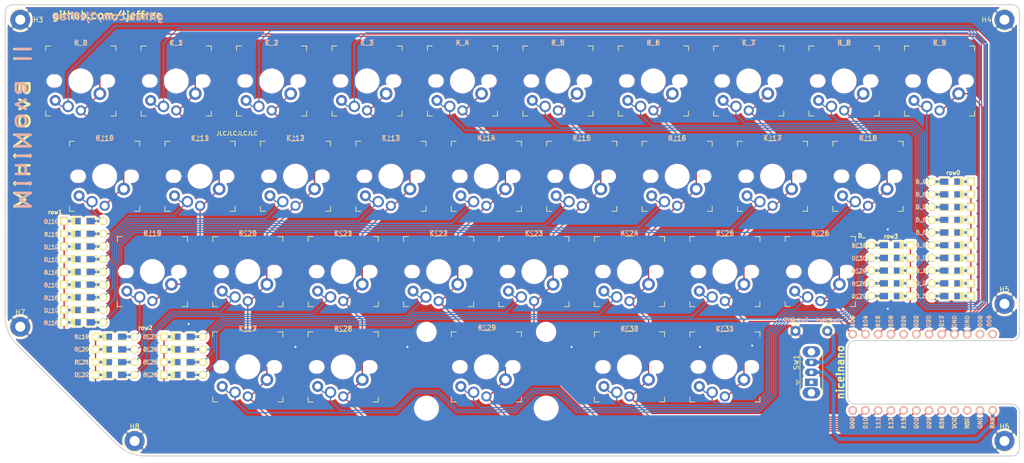
<source format=kicad_pcb>
(kicad_pcb (version 20211014) (generator pcbnew)
  (layers (0 "F.Cu" signal) (31 "B.Cu" signal) (34 "B.Paste" user) (35 "F.Paste" user) (36 "B.SilkS" user "B.Silkscreen") (37 "F.SilkS" user "F.Silkscreen") (38 "B.Mask" user) (39 "F.Mask" user) (44 "Edge.Cuts" user))
  (net 0 "")
  (net 1 "col0")
  (net 2 "col1")
  (net 3 "col2")
  (net 4 "col3")
  (net 5 "col4")
  (net 6 "col5")
  (net 7 "col6")
  (net 8 "col7")
  (net 9 "col8")
  (net 10 "col9")
  (net 11 "row0")
  (net 12 "row1")
  (net 13 "row2")
  (net 14 "row3")
  (net 15 "/GND")
  (net 18 "Net-(D_0-Pad2)")
  (net 19 "Net-(D_1-Pad2)")
  (net 20 "/BATIN")
  (net 22 "Net-(D_2-Pad2)")
  (net 24 "Net-(D_3-Pad2)")
  (net 27 "Net-(D_4-Pad2)")
  (net 28 "Net-(D_5-Pad2)")
  (net 29 "Net-(D_6-Pad2)")
  (net 30 "Net-(D_7-Pad2)")
  (net 31 "Net-(D_8-Pad2)")
  (net 32 "Net-(D_9-Pad2)")
  (net 33 "Net-(D_10-Pad2)")
  (net 34 "Net-(D_11-Pad2)")
  (net 35 "Net-(D_12-Pad2)")
  (net 36 "Net-(D_13-Pad2)")
  (net 37 "Net-(D_14-Pad2)")
  (net 38 "Net-(D_15-Pad2)")
  (net 39 "Net-(D_16-Pad2)")
  (net 40 "Net-(D_17-Pad2)")
  (net 41 "Net-(D_18-Pad2)")
  (net 42 "Net-(D_19-Pad2)")
  (net 43 "Net-(D_20-Pad2)")
  (net 44 "Net-(D_21-Pad2)")
  (net 45 "Net-(D_22-Pad2)")
  (net 46 "Net-(D_23-Pad2)")
  (net 47 "Net-(D_24-Pad2)")
  (net 48 "Net-(D_25-Pad2)")
  (net 49 "Net-(D_26-Pad2)")
  (net 50 "Net-(D_27-Pad2)")
  (net 51 "Net-(D_28-Pad2)")
  (net 52 "Net-(D_29-Pad2)")
  (net 53 "Net-(D_30-Pad2)")
  (net 54 "Net-(D_31-Pad2)")
  (footprint "ProjectLocal:SW_MX_PG1350_NoLed" (layer "F.Cu") (at 86.8675 70.04)
    (fp_text reference "K_12")
    (fp_text value "KEYSW")
  )
  (footprint "ProjectLocal:Diode-dual" (layer "F.Cu") (at 205.74 91.44)
    (fp_text reference "D_28")
    (fp_text value "D" hide)
  )
  (footprint "ProjectLocal:SW_MX_PG1350_NoLed" (layer "F.Cu") (at 67.8175 70.04)
    (fp_text reference "K_11")
    (fp_text value "KEYSW")
  )
  (footprint "ProjectLocal:SW_MX_PG1350_NoLed" (layer "F.Cu") (at 63.055 50.99)
    (fp_text reference "K_1")
    (fp_text value "KEYSW")
  )
  (footprint "ProjectLocal:SW_MX_PG1350_NoLed" (layer "F.Cu") (at 77.3425 108.14)
    (fp_text reference "K_27")
    (fp_text value "KEYSW")
  )
  (footprint "ProjectLocal:Diode-dual" (layer "F.Cu") (at 217.805 76.2)
    (fp_text reference "D_7")
    (fp_text value "D" hide)
  )
  (footprint "TestPoint:TestPoint_THTPad_D4.0mm_Drill2.0mm" (layer "F.Cu") (at 228.413132 122.945067)
    (fp_text reference "H6")
    (fp_text value "Mnt")
  )
  (footprint "ProjectLocal:SW_MX_PG1350_NoLed" (layer "F.Cu") (at 196.405 50.99)
    (fp_text reference "K_8")
    (fp_text value "KEYSW")
  )
  (footprint "TestPoint:TestPoint_THTPad_D4.0mm_Drill2.0mm" (layer "F.Cu") (at 228.41 95.54)
    (fp_text reference "H5")
    (fp_text value "Mnt")
  )
  (footprint "ProjectLocal:SW_MX_PG1350_NoLed" (layer "F.Cu") (at 172.5925 89.09)
    (fp_text reference "K_25")
    (fp_text value "KEYSW")
  )
  (footprint "ProjectLocal:SW_MX_PG1350_NoLed" (layer "F.Cu") (at 172.5925 108.14)
    (fp_text reference "K_31")
    (fp_text value "KEYSW")
  )
  (footprint "ProjectLocal:Diode-dual" (layer "F.Cu") (at 44.574 91.694 180)
    (fp_text reference "D_15")
    (fp_text value "D" hide)
  )
  (footprint "ProjectLocal:SW_MX_PG1350_NoLed" (layer "F.Cu") (at 134.4925 89.09)
    (fp_text reference "K_23")
    (fp_text value "KEYSW")
  )
  (footprint "ProjectLocal:SW_MX_PG1350_NoLed" (layer "F.Cu") (at 48.7675 70.04)
    (fp_text reference "K_10")
    (fp_text value "KEYSW")
  )
  (footprint "ProjectLocal:SW_MX_PG1350_NoLed" (layer "F.Cu") (at 153.5425 89.09)
    (fp_text reference "K_24")
    (fp_text value "KEYSW")
  )
  (footprint "ProjectLocal:SW_MX_PG1350_NoLed" (layer "F.Cu") (at 215.455 50.99)
    (fp_text reference "K_9")
    (fp_text value "KEYSW")
  )
  (footprint "ProjectLocal:SW_MX_PG1350_NoLed" (layer "F.Cu") (at 177.355 50.99)
    (fp_text reference "K_7")
    (fp_text value "KEYSW")
  )
  (footprint "ProjectLocal:Diode-dual" (layer "F.Cu") (at 44.574 94.234 180)
    (fp_text reference "D_16")
    (fp_text value "D" hide)
  )
  (footprint "ProjectLocal:SW_MX_PG1350_NoLed" (layer "F.Cu") (at 124.9675 70.04)
    (fp_text reference "K_14")
    (fp_text value "KEYSW")
  )
  (footprint "ProjectLocal:SW_MX_PG1350_NoLed" (layer "F.Cu") (at 77.3425 89.09)
    (fp_text reference "K_20")
    (fp_text value "KEYSW")
  )
  (footprint "ProjectLocal:Diode-dual" (layer "F.Cu") (at 64.516 107.188 180)
    (fp_text reference "D_25")
    (fp_text value "D" hide)
  )
  (footprint "ProjectLocal:SW_MX_PG1350_NoLed" (layer "F.Cu") (at 120.205 50.99)
    (fp_text reference "K_4")
    (fp_text value "KEYSW")
  )
  (footprint "TestPoint:TestPoint_THTPad_D4.0mm_Drill2.0mm" (layer "F.Cu") (at 31.91 100.11)
    (fp_text reference "H7")
    (fp_text value "Mnt")
  )
  (footprint "TestPoint:TestPoint_THTPad_D4.0mm_Drill2.0mm" (layer "F.Cu") (at 54.75 122.95)
    (fp_text reference "H8")
    (fp_text value "Mnt")
  )
  (footprint "ProjectLocal:Diode-dual" (layer "F.Cu") (at 44.574 78.994 180)
    (fp_text reference "D_10")
    (fp_text value "D" hide)
  )
  (footprint "ProjectLocal:Diode-dual" (layer "F.Cu") (at 217.805 73.66)
    (fp_text reference "D_8")
    (fp_text value "D" hide)
  )
  (footprint "ProjectLocal:Diode-dual" (layer "F.Cu") (at 44.574 96.774 180)
    (fp_text reference "D_17")
    (fp_text value "D" hide)
  )
  (footprint "ProjectLocal:Diode-dual" (layer "F.Cu") (at 50.84 107.188 180)
    (fp_text reference "D_21")
    (fp_text value "D" hide)
  )
  (footprint "ProjectLocal:Diode-dual" (layer "F.Cu") (at 217.805 86.36)
    (fp_text reference "D_0")
    (fp_text value "D" hide)
  )
  (footprint "ProjectLocal:nice_nano" (layer "F.Cu") (at 212.09 109.22 180)
    (fp_text reference "U1" hide)
    (fp_text value "nice_nano")
  )
  (footprint "ProjectLocal:SW_MX_PG1350_NoLed" (layer "F.Cu") (at 163.0675 70.04)
    (fp_text reference "K_16")
    (fp_text value "KEYSW")
  )
  (footprint "ProjectLocal:Diode-dual" (layer "F.Cu") (at 205.74 88.9)
    (fp_text reference "D_29")
    (fp_text value "D" hide)
  )
  (footprint "ProjectLocal:Diode-dual" (layer "F.Cu") (at 50.84 102.108 180)
    (fp_text reference "D_19")
    (fp_text value "D" hide)
  )
  (footprint "ProjectLocal:SW_MX_PG1350_NoLed" (layer "F.Cu") (at 58.2925 89.09)
    (fp_text reference "K_19")
    (fp_text value "KEYSW")
  )
  (footprint "ProjectLocal:Diode-dual" (layer "F.Cu") (at 50.84 109.728 180)
    (fp_text reference "D_22")
    (fp_text value "D" hide)
  )
  (footprint "ProjectLocal:SW_MX_PG1350_NoLed" (layer "F.Cu") (at 144.0175 70.04)
    (fp_text reference "K_15")
    (fp_text value "KEYSW")
  )
  (footprint "ProjectLocal:MX-Alps-Choc-2U" (layer "F.Cu") (at 124.9675 108.14)
    (fp_text reference "K_29")
    (fp_text value "KEYSW")
  )
  (footprint "ProjectLocal:SW_MX_PG1350_NoLed" (layer "F.Cu") (at 96.3925 89.09)
    (fp_text reference "K_21")
    (fp_text value "KEYSW")
  )
  (footprint "ProjectLocal:Diode-dual" (layer "F.Cu") (at 217.805 81.28)
    (fp_text reference "D_5")
    (fp_text value "D" hide)
  )
  (footprint "ProjectLocal:Diode-dual" (layer "F.Cu") (at 217.805 71.12)
    (fp_text reference "D_9")
    (fp_text value "D" hide)
  )
  (footprint "ProjectLocal:SW_MX_PG1350_NoLed" (layer "F.Cu") (at 115.4425 89.09)
    (fp_text reference "K_22")
    (fp_text value "KEYSW")
  )
  (footprint "TestPoint:TestPoint_THTPad_D4.0mm_Drill2.0mm" (layer "F.Cu") (at 228.41 38.75)
    (fp_text reference "H4")
    (fp_text value "Mnt")
  )
  (footprint "ProjectLocal:SW_MX_PG1350_NoLed" (layer "F.Cu") (at 44.005 50.99)
    (fp_text reference "K_0")
    (fp_text value "KEYSW")
  )
  (footprint "TestPoint:TestPoint_THTPad_D2.0mm_Drill1.0mm" (layer "F.Cu") (at 193.04 100.965)
    (fp_text reference "H2")
    (fp_text value "Pwr")
  )
  (footprint "ProjectLocal:SW_MX_PG1350_NoLed" (layer "F.Cu") (at 182.1175 70.04)
    (fp_text reference "K_17")
    (fp_text value "KEYSW")
  )
  (footprint "ProjectLocal:Diode-dual" (layer "F.Cu") (at 44.574 86.614 180)
    (fp_text reference "D_13")
    (fp_text value "D" hide)
  )
  (footprint "ProjectLocal:Diode-dual" (layer "F.Cu") (at 64.516 104.648 180)
    (fp_text reference "D_24")
    (fp_text value "D" hide)
  )
  (footprint "Button_Switch_THT:SW_Slide_1P2T_CK_OS102011MS2Q" (layer "F.Cu") (at 189.865 111.22 90)
    (fp_text reference "SW1")
    (fp_text value "SW_SPDT")
  )
  (footprint "ProjectLocal:Diode-dual" (layer "F.Cu") (at 44.574 81.534 180)
    (fp_text reference "D_11")
    (fp_text value "D" hide)
  )
  (footprint "ProjectLocal:Diode-dual" (layer "F.Cu") (at 217.805 88.9)
    (fp_text reference "D_1")
    (fp_text value "D" hide)
  )
  (footprint "ProjectLocal:SW_MX_PG1350_NoLed" (layer "F.Cu") (at 139.255 50.99)
    (fp_text reference "K_5")
    (fp_text value "KEYSW")
  )
  (footprint "ProjectLocal:Diode-dual" (layer "F.Cu") (at 205.74 83.82)
    (fp_text reference "D_31")
    (fp_text value "D" hide)
  )
  (footprint "ProjectLocal:Diode-dual" (layer "F.Cu") (at 44.574 84.074 180)
    (fp_text reference "D_12")
    (fp_text value "D" hide)
  )
  (footprint "ProjectLocal:SW_MX_PG1350_NoLed" (layer "F.Cu") (at 201.1675 70.04)
    (fp_text reference "K_18")
    (fp_text value "KEYSW")
  )
  (footprint "TestPoint:TestPoint_THTPad_D2.0mm_Drill1.0mm" (layer "F.Cu") (at 186.69 100.965)
    (fp_text reference "H1")
    (fp_text value "Bat_Gnd")
  )
  (footprint "ProjectLocal:Diode-dual" (layer "F.Cu") (at 64.516 102.108 180)
    (fp_text reference "D_23")
    (fp_text value "D" hide)
  )
  (footprint "ProjectLocal:Diode-dual" (layer "F.Cu") (at 217.805 93.98)
    (fp_text reference "D_3")
    (fp_text value "D" hide)
  )
  (footprint "ProjectLocal:SW_MX_PG1350_NoLed" (layer "F.Cu") (at 105.9175 70.04)
    (fp_text reference "K_13")
    (fp_text value "KEYSW")
  )
  (footprint "ProjectLocal:SW_MX_PG1350_NoLed" (layer "F.Cu") (at 158.305 50.99)
    (fp_text reference "K_6")
    (fp_text value "KEYSW")
  )
  (footprint "ProjectLocal:SW_MX_PG1350_NoLed" (layer "F.Cu") (at 191.6425 89.09)
    (fp_text reference "K_26")
    (fp_text value "KEYSW")
  )
  (footprint "TestPoint:TestPoint_THTPad_D4.0mm_Drill2.0mm" (layer "F.Cu") (at 31.92 38.75)
    (fp_text reference "H3")
    (fp_text value "Mnt")
  )
  (footprint "ProjectLocal:Diode-dual" (layer "F.Cu") (at 44.574 89.154 180)
    (fp_text reference "D_14")
    (fp_text value "D" hide)
  )
  (footprint "ProjectLocal:Diode-dual" (layer "F.Cu") (at 205.74 86.36)
    (fp_text reference "D_30")
    (fp_text value "D" hide)
  )
  (footprint "ProjectLocal:Diode-dual" (layer "F.Cu") (at 217.805 78.74)
    (fp_text reference "D_6")
    (fp_text value "D" hide)
  )
  (footprint "ProjectLocal:Diode-dual" (layer "F.Cu") (at 50.84 104.648 180)
    (fp_text reference "D_20")
    (fp_text value "D" hide)
  )
  (footprint "ProjectLocal:SW_MX_PG1350_NoLed" (layer "F.Cu") (at 96.3925 108.14)
    (fp_text reference "K_28")
    (fp_text value "KEYSW")
  )
  (footprint "ProjectLocal:Diode-dual" (layer "F.Cu") (at 205.74 93.98)
    (fp_text reference "D_27")
    (fp_text value "D" hide)
  )
  (footprint "ProjectLocal:SW_MX_PG1350_NoLed" (layer "F.Cu") (at 153.5425 108.14)
    (fp_text reference "K_30")
    (fp_text value "KEYSW")
  )
  (footprint "ProjectLocal:Diode-dual" (layer "F.Cu") (at 64.516 109.728 180)
    (fp_text reference "D_26")
    (fp_text value "D" hide)
  )
  (footprint "ProjectLocal:SW_MX_PG1350_NoLed" (layer "F.Cu") (at 101.155 50.99)
    (fp_text reference "K_3")
    (fp_text value "KEYSW")
  )
  (footprint "ProjectLocal:Diode-dual" (layer "F.Cu") (at 44.574749 99.234346 180)
    (fp_text reference "D_18")
    (fp_text value "D" hide)
  )
  (footprint "ProjectLocal:SW_MX_PG1350_NoLed" (layer "F.Cu") (at 82.105 50.99)
    (fp_text reference "K_2")
    (fp_text value "KEYSW")
  )
  (footprint "ProjectLocal:Diode-dual" (layer "F.Cu") (at 217.805 83.82)
    (fp_text reference "D_4")
    (fp_text value "D" hide)
  )
  (footprint "ProjectLocal:Diode-dual" (layer "F.Cu") (at 217.805 91.44)
    (fp_text reference "D_2")
    (fp_text value "D" hide)
  )
  (gr_line (start 231.409991 124.445628) (end 231.409991 117.078454) (layer "Edge.Cuts") (width 0.2))
  (gr_line (start 31.252613 103.683054) (end 51.023325 123.455736) (layer "Edge.Cuts") (width 0.2))
  (gr_line (start 229.909991 115.578454) (end 198.639296 115.578454) (layer "Edge.Cuts") (width 0.2))
  (gr_arc (start 57.034032 125.945628) (mid 53.781027 125.298523) (end 51.023325 123.455736) (layer "Edge.Cuts") (width 0.2))
  (gr_arc (start 31.252613 103.683054) (mid 29.518532 101.087512) (end 28.909749 98.025935) (layer "Edge.Cuts") (width 0.2))
  (gr_arc (start 229.909991 115.578454) (mid 230.970651 116.017794) (end 231.409991 117.078454) (layer "Edge.Cuts") (width 0.2))
  (gr_line (start 229.909991 125.945628) (end 57.034032 125.945628) (layer "Edge.Cuts") (width 0.2))
  (gr_arc (start 231.409991 124.445628) (mid 230.970651 125.506288) (end 229.909991 125.945628) (layer "Edge.Cuts") (width 0.2))
  (gr_line (start 30.413903 35.744424) (end 229.909991 35.744424) (layer "Edge.Cuts") (width 0.2))
  (gr_arc (start 231.409991 101.393368) (mid 230.970651 102.454028) (end 229.909991 102.893368) (layer "Edge.Cuts") (width 0.2))
  (gr_line (start 197.139296 114.078454) (end 197.139296 104.393368) (layer "Edge.Cuts") (width 0.2))
  (gr_line (start 198.639296 102.893368) (end 229.909991 102.893368) (layer "Edge.Cuts") (width 0.2))
  (gr_arc (start 198.639296 115.578454) (mid 197.578636 115.139114) (end 197.139296 114.078454) (layer "Edge.Cuts") (width 0.2))
  (gr_arc (start 197.139296 104.393368) (mid 197.578636 103.332708) (end 198.639296 102.893368) (layer "Edge.Cuts") (width 0.2))
  (gr_line (start 28.909749 98.025935) (end 28.913901 37.244325) (layer "Edge.Cuts") (width 0.2))
  (gr_arc (start 28.913899 37.244325) (mid 29.353276 36.183729) (end 30.413903 35.744424) (layer "Edge.Cuts") (width 0.2))
  (gr_arc (start 229.909991 35.744424) (mid 230.970651 36.183764) (end 231.409991 37.244424) (layer "Edge.Cuts") (width 0.2))
  (gr_line (start 231.409991 101.393368) (end 231.409991 37.244424) (layer "Edge.Cuts") (width 0.2))
  (gr_text "MiniNova II" (at 32.385 60.325 270) (layer "B.SilkS") (effects (font (size 3 4) (thickness 0.5)) (justify mirror)))
  (gr_text "github.com/tjeffree" (at 49.53 38.1) (layer "B.SilkS") (effects (font (size 1.5 1.5) (thickness 0.3)) (justify mirror)))
  (gr_text "Bat_GND" (at 186.753448 98.738245) (layer "B.SilkS") (effects (font (size 0.8 0.8)) (justify mirror)))
  (gr_text "K_29" (at 125.095 100.33) (layer "B.SilkS") (effects (font (size 1 1)) (justify mirror)))
  (gr_text "Bat_PWR" (at 193.106462 98.836964) (layer "B.SilkS") (effects (font (size 0.8 0.8)) (justify mirror)))
  (gr_text "MiniNova II" (at 32.385 60.325 90) (layer "F.SilkS") (effects (font (size 3 4) (thickness 0.5))))
  (gr_text "JLCJLCJLCJLC" (at 75.184 61.468) (layer "F.SilkS") (effects (font (size 0.8 0.8))))
  (gr_text "github.com/tjeffree" (at 49.276 37.846) (layer "F.SilkS") (effects (font (size 1.5 1.5) (thickness 0.3))))
  (gr_text "K_29" (at 125.095 100.33) (layer "F.SilkS") (effects (font (size 1 1))))
  (gr_text "row2" (at 56.896 100.33) (layer "F.SilkS") (effects (font (size 0.8 0.8) (thickness 0.2))))
  (gr_text "row1" (at 38.862 77.216) (layer "F.SilkS") (effects (font (size 0.8 0.8) (thickness 0.2))))
  (gr_text "row0" (at 218.186 69.342) (layer "F.SilkS") (effects (font (size 0.8 0.8) (thickness 0.2))))
  (gr_text "D_" (at 199.893747 81.914576) (layer "F.SilkS") (effects (font (size 0.8 0.8) (thickness 0.2))))
  (gr_text "row3" (at 205.74 82.042) (layer "F.SilkS") (effects (font (size 0.8 0.8) (thickness 0.2))))
  (segment (start 222.915717 41.61) (end 224.99904 43.693323) (width 0.25) (layer "F.Cu") (net 1))
  (segment (start 220.682945 99.994206) (end 217.505794 99.994206) (width 0.25) (layer "F.Cu") (net 1))
  (segment (start 52.5775 65.4625) (end 52.5775 72.58) (width 0.25) (layer "F.Cu") (net 1))
  (segment (start 47.815 53.53) (end 44.455 56.89) (width 0.25) (layer "F.Cu") (net 1))
  (segment (start 48.7675 75.94) (end 52.1275 72.58) (width 0.25) (layer "F.Cu") (net 1))
  (segment (start 47.815 49.34) (end 55.545 41.61) (width 0.25) (layer "F.Cu") (net 1))
  (segment (start 224.99904 43.693323) (end 224.99904 95.678113) (width 0.25) (layer "F.Cu") (net 1))
  (segment (start 52.1275 72.58) (end 52.5775 72.58) (width 0.25) (layer "F.Cu") (net 1))
  (segment (start 224.99904 95.678113) (end 220.682945 99.994206) (width 0.25) (layer "F.Cu") (net 1))
  (segment (start 217.505794 99.994206) (end 215.9 101.6) (width 0.25) (layer "F.Cu") (net 1))
  (segment (start 44.455 56.89) (end 44.005 56.89) (width 0.25) (layer "F.Cu") (net 1))
  (segment (start 47.815 53.53) (end 47.815 49.34) (width 0.25) (layer "F.Cu") (net 1))
  (segment (start 44.005 56.89) (end 52.5775 65.4625) (width 0.25) (layer "F.Cu") (net 1))
  (segment (start 55.545 41.61) (end 222.915717 41.61) (width 0.25) (layer "F.Cu") (net 1))
  (segment (start 58.7425 94.99) (end 58.2925 94.99) (width 0.25) (layer "F.Cu") (net 2))
  (segment (start 62.1025 91.63) (end 58.7425 94.99) (width 0.25) (layer "F.Cu") (net 2))
  (segment (start 71.6275 72.58) (end 68.2675 75.94) (width 0.25) (layer "F.Cu") (net 2))
  (segment (start 222.72952 42.05952) (end 224.54952 43.87952) (width 0.25) (layer "F.Cu") (net 2))
  (segment (start 66.865 49.34) (end 74.14548 42.05952) (width 0.25) (layer "F.Cu") (net 2))
  (segment (start 224.54952 95.491915) (end 220.496748 99.544686) (width 0.25) (layer "F.Cu") (net 2))
  (segment (start 68.2675 75.94) (end 67.8175 75.94) (width 0.25) (layer "F.Cu") (net 2))
  (segment (start 63.055 56.89) (end 71.6275 65.4625) (width 0.25) (layer "F.Cu") (net 2))
  (segment (start 66.865 53.53) (end 66.865 49.34) (width 0.25) (layer "F.Cu") (net 2))
  (segment (start 74.14548 42.05952) (end 222.72952 42.05952) (width 0.25) (layer "F.Cu") (net 2))
  (segment (start 71.6275 65.4625) (end 71.6275 72.58) (width 0.25) (layer "F.Cu") (net 2))
  (segment (start 224.54952 43.87952) (end 224.54952 95.491915) (width 0.25) (layer "F.Cu") (net 2))
  (segment (start 67.8175 87.7575) (end 63.945 91.63) (width 0.25) (layer "F.Cu") (net 2))
  (segment (start 220.496748 99.544686) (end 215.415314 99.544686) (width 0.25) (layer "F.Cu") (net 2))
  (segment (start 63.945 91.63) (end 62.1025 91.63) (width 0.25) (layer "F.Cu") (net 2))
  (segment (start 66.865 53.53) (end 63.505 56.89) (width 0.25) (layer "F.Cu") (net 2))
  (segment (start 67.8175 75.94) (end 67.8175 87.7575) (width 0.25) (layer "F.Cu") (net 2))
  (segment (start 215.415314 99.544686) (end 213.36 101.6) (width 0.25) (layer "F.Cu") (net 2))
  (segment (start 63.505 56.89) (end 63.055 56.89) (width 0.25) (layer "F.Cu") (net 2))
  (segment (start 85.915 53.53) (end 82.555 56.89) (width 0.25) (layer "F.Cu") (net 3))
  (segment (start 77.7925 114.04) (end 77.3425 114.04) (width 0.25) (layer "F.Cu") (net 3))
  (segment (start 77.3425 104.440148) (end 81.1525 108.250148) (width 0.25) (layer "F.Cu") (net 3))
  (segment (start 86.8675 75.94) (end 81.1525 81.655) (width 0.25) (layer "F.Cu") (net 3))
  (segment (start 77.3425 114.04) (end 83.30746 120.00496) (width 0.25) (layer "F.Cu") (net 3))
  (segment (start 90.6775 72.58) (end 87.3175 75.94) (width 0.25) (layer "F.Cu") (net 3))
  (segment (start 81.1525 91.63) (end 77.7925 94.99) (width 0.25) (layer "F.Cu") (net 3))
  (segment (start 81.1525 108.250148) (end 81.1525 110.68) (width 0.25) (layer "F.Cu") (net 3))
  (segment (start 207.65504 120.00496) (end 210.82 116.84) (width 0.25) (layer "F.Cu") (net 3))
  (segment (start 81.1525 81.655) (end 81.1525 91.63) (width 0.25) (layer "F.Cu") (net 3))
  (segment (start 90.6775 65.4625) (end 90.6775 72.58) (width 0.25) (layer "F.Cu") (net 3))
  (segment (start 83.30746 120.00496) (end 207.65504 120.00496) (width 0.25) (layer "F.Cu") (net 3))
  (segment (start 77.3425 94.99) (end 77.3425 104.440148) (width 0.25) (layer "F.Cu") (net 3))
  (segment (start 82.105 56.89) (end 90.6775 65.4625) (width 0.25) (layer "F.Cu") (net 3))
  (segment (start 87.3175 75.94) (end 86.8675 75.94) (width 0.25) (layer "F.Cu") (net 3))
  (segment (start 82.555 56.89) (end 82.105 56.89) (width 0.25) (layer "F.Cu") (net 3))
  (segment (start 81.1525 110.68) (end 77.7925 114.04) (width 0.25) (layer "F.Cu") (net 3))
  (segment (start 77.7925 94.99) (end 77.3425 94.99) (width 0.25) (layer "F.Cu") (net 3))
  (segment (start 96.8425 114.04) (end 96.3925 114.04) (width 0.25) (layer "F.Cu") (net 4))
  (segment (start 101.605 56.89) (end 101.155 56.89) (width 0.25) (layer "F.Cu") (net 4))
  (segment (start 205.56456 119.55544) (end 208.28 116.84) (width 0.25) (layer "F.Cu") (net 4))
  (segment (start 96.8425 94.99) (end 96.3925 94.99) (width 0.25) (layer "F.Cu") (net 4))
  (segment (start 96.3925 94.99) (end 100.2025 98.8) (width 0.25) (layer "F.Cu") (net 4))
  (segment (start 100.2025 81.655) (end 100.2025 91.63) (width 0.25) (layer "F.Cu") (net 4))
  (segment (start 101.90794 119.55544) (end 205.56456 119.55544) (width 0.25) (layer "F.Cu") (net 4))
  (segment (start 96.3925 114.04) (end 101.90794 119.55544) (width 0.25) (layer "F.Cu") (net 4))
  (segment (start 101.155 56.89) (end 109.7275 65.4625) (width 0.25) (layer "F.Cu") (net 4))
  (segment (start 106.3675 75.94) (end 105.9175 75.94) (width 0.25) (layer "F.Cu") (net 4))
  (segment (start 100.2025 98.8) (end 100.2025 110.68) (width 0.25) (layer "F.Cu") (net 4))
  (segment (start 100.2025 110.68) (end 96.8425 114.04) (width 0.25) (layer "F.Cu") (net 4))
  (segment (start 104.965 53.53) (end 101.605 56.89) (width 0.25) (layer "F.Cu") (net 4))
  (segment (start 109.7275 65.4625) (end 109.7275 72.58) (width 0.25) (layer "F.Cu") (net 4))
  (segment (start 109.7275 72.58) (end 106.3675 75.94) (width 0.25) (layer "F.Cu") (net 4))
  (segment (start 105.9175 75.94) (end 100.2025 81.655) (width 0.25) (layer "F.Cu") (net 4))
  (segment (start 100.2025 91.63) (end 96.8425 94.99) (width 0.25) (layer "F.Cu") (net 4))
  (segment (start 119.2525 91.63) (end 115.8925 94.99) (width 0.25) (layer "F.Cu") (net 5))
  (segment (start 128.7775 110.68) (end 125.4175 114.04) (width 0.25) (layer "F.Cu") (net 5))
  (segment (start 128.7775 65.4625) (end 128.7775 72.58) (width 0.25) (layer "F.Cu") (net 5))
  (segment (start 119.2525 81.655) (end 119.2525 91.63) (width 0.25) (layer "F.Cu") (net 5))
  (segment (start 128.7775 108.325) (end 128.7775 110.68) (width 0.25) (layer "F.Cu") (net 5))
  (segment (start 125.4175 75.94) (end 124.9675 75.94) (width 0.25) (layer "F.Cu") (net 5))
  (segment (start 124.9675 114.04) (end 130.03342 119.10592) (width 0.25) (layer "F.Cu") (net 5))
  (segment (start 125.4175 114.04) (end 124.9675 114.04) (width 0.25) (layer "F.Cu") (net 5))
  (segment (start 120.655 56.89) (end 120.205 56.89) (width 0.25) (layer "F.Cu") (net 5))
  (segment (start 124.9675 75.94) (end 119.2525 81.655) (width 0.25) (layer "F.Cu") (net 5))
  (segment (start 120.205 56.89) (end 128.7775 65.4625) (width 0.25) (layer "F.Cu") (net 5))
  (segment (start 115.8925 94.99) (end 115.4425 94.99) (width 0.25) (layer "F.Cu") (net 5))
  (segment (start 128.7775 72.58) (end 125.4175 75.94) (width 0.25) (layer "F.Cu") (net 5))
  (segment (start 124.015 53.53) (end 120.655 56.89) (width 0.25) (layer "F.Cu") (net 5))
  (segment (start 203.47408 119.10592) (end 205.74 116.84) (width 0.25) (layer "F.Cu") (net 5))
  (segment (start 115.4425 94.99) (end 128.7775 108.325) (width 0.25) (layer "F.Cu") (net 5))
  (segment (start 130.03342 119.10592) (end 203.47408 119.10592) (width 0.25) (layer "F.Cu") (net 5))
  (segment (start 143.065 53.53) (end 139.705 56.89) (width 0.25) (layer "F.Cu") (net 6))
  (segment (start 147.8275 65.4625) (end 147.8275 72.58) (width 0.25) (layer "F.Cu") (net 6))
  (segment (start 134.4925 94.99) (end 134.4925 105.8289) (width 0.25) (layer "F.Cu") (net 6))
  (segment (start 138.3025 91.63) (end 134.9425 94.99) (width 0.25) (layer "F.Cu") (net 6))
  (segment (start 138.3025 81.655) (end 138.3025 91.63) (width 0.25) (layer "F.Cu") (net 6))
  (segment (start 147.8275 72.58) (end 144.4675 75.94) (width 0.25) (layer "F.Cu") (net 6))
  (segment (start 139.255 56.89) (end 147.8275 65.4625) (width 0.25) (layer "F.Cu") (net 6))
  (segment (start 144.0175 75.94) (end 138.3025 81.655) (width 0.25) (layer "F.Cu") (net 6))
  (segment (start 144.4675 75.94) (end 144.0175 75.94) (width 0.25) (layer "F.Cu") (net 6))
  (segment (start 134.9425 94.99) (end 134.4925 94.99) (width 0.25) (layer "F.Cu") (net 6))
  (segment (start 147.32 118.6564) (end 201.3836 118.6564) (width 0.25) (layer "F.Cu") (net 6))
  (segment (start 201.3836 118.6564) (end 203.2 116.84) (width 0.25) (layer "F.Cu") (net 6))
  (segment (start 134.4925 105.8289) (end 147.32 118.6564) (width 0.25) (layer "F.Cu") (net 6))
  (segment (start 139.705 56.89) (end 139.255 56.89) (width 0.25) (layer "F.Cu") (net 6))
  (segment (start 153.9925 94.99) (end 153.5425 94.99) (width 0.25) (layer "F.Cu") (net 7))
  (segment (start 166.8775 72.58) (end 163.5175 75.94) (width 0.25) (layer "F.Cu") (net 7))
  (segment (start 199.29312 118.20688) (end 200.66 116.84) (width 0.25) (layer "F.Cu") (net 7))
  (segment (start 157.3525 81.655) (end 157.3525 91.63) (width 0.25) (layer "F.Cu") (net 7))
  (segment (start 157.3525 91.63) (end 153.9925 94.99) (width 0.25) (layer "F.Cu") (net 7))
  (segment (start 153.5425 114.04) (end 157.70938 118.20688) (width 0.25) (layer "F.Cu") (net 7))
  (segment (start 153.9925 114.04) (end 153.5425 114.04) (width 0.25) (layer "F.Cu") (net 7))
  (segment (start 158.305 56.89) (end 166.8775 65.4625) (width 0.25) (layer "F.Cu") (net 7))
  (segment (start 163.0675 75.94) (end 157.3525 81.655) (width 0.25) (layer "F.Cu") (net 7))
  (segment (start 157.70938 118.20688) (end 199.29312 118.20688) (width 0.25) (layer "F.Cu") (net 7))
  (segment (start 157.3525 98.8) (end 157.3525 110.68) (width 0.25) (layer "F.Cu") (net 7))
  (segment (start 162.115 53.53) (end 158.755 56.89) (width 0.25) (layer "F.Cu") (net 7))
  (segment (start 163.5175 75.94) (end 163.0675 75.94) (width 0.25) (layer "F.Cu") (net 7))
  (segment (start 166.8775 65.4625) (end 166.8775 72.58) (width 0.25) (layer "F.Cu") (net 7))
  (segment (start 157.3525 110.68) (end 153.9925 114.04) (width 0.25) (layer "F.Cu") (net 7))
  (segment (start 153.5425 94.99) (end 157.3525 98.8) (width 0.25) (layer "F.Cu") (net 7))
  (segment (start 158.755 56.89) (end 158.305 56.89) (width 0.25) (layer "F.Cu") (net 7))
  (segment (start 176.4025 81.655) (end 176.4025 91.63) (width 0.25) (layer "F.Cu") (net 8))
  (segment (start 182.1175 75.94) (end 176.4025 81.655) (width 0.25) (layer "F.Cu") (net 8))
  (segment (start 176.4025 110.68) (end 173.0425 114.04) (width 0.25) (layer "F.Cu") (net 8))
  (segment (start 185.9275 72.58) (end 182.5675 75.94) (width 0.25) (layer "F.Cu") (net 8))
  (segment (start 177.355 56.89) (end 185.9275 65.4625) (width 0.25) (layer "F.Cu") (net 8))
  (segment (start 176.4025 98.8) (end 176.4025 100.2025) (width 0.25) (layer "F.Cu") (net 8))
  (segment (start 177.545 99.06) (end 195.58 99.06) (width 0.25) (layer "F.Cu") (net 8))
  (segment (start 176.4025 100.2025) (end 177.545 99.06) (width 0.25) (layer "F.Cu") (net 8))
  (segment (start 176.4025 91.63) (end 173.0425 94.99) (width 0.25) (layer "F.Cu") (net 8))
  (segment (start 172.5925 94.99) (end 176.4025 98.8) (width 0.25) (layer "F.Cu") (net 8))
  (segment (start 185.9275 65.4625) (end 185.9275 72.58) (width 0.25) (layer "F.Cu") (net 8))
  (segment (start 177.805 56.89) (end 177.355 56.89) (width 0.25) (layer "F.Cu") (net 8))
  (segment (start 182.5675 75.94) (end 182.1175 75.94) (width 0.25) (layer "F.Cu") (net 8))
  (segment (start 173.0425 114.04) (end 172.5925 114.04) (width 0.25) (layer "F.Cu") (net 8))
  (segment (start 195.58 99.06) (end 198.12 101.6) (width 0.25) (layer "F.Cu") (net 8))
  (segment (start 181.165 53.53) (end 177.805 56.89) (width 0.25) (layer "F.Cu") (net 8))
  (segment (start 176.4025 98.8) (end 176.4025 110.68) (width 0.25) (layer "F.Cu") (net 8))
  (segment (start 173.0425 94.99) (end 172.5925 94.99) (width 0.25) (layer "F.Cu") (net 8))
  (segment (start 194.05 94.99) (end 200.66 101.6) (width 0.25) (layer "F.Cu") (net 9))
  (segment (start 195.4525 91.63) (end 192.0925 94.99) (width 0.25) (layer "F.Cu") (net 9))
  (segment (start 204.9775 65.4625) (end 204.9775 72.58) (width 0.25) (layer "F.Cu") (net 9))
  (segment (start 196.855 56.89) (end 196.405 56.89) (width 0.25) (layer "F.Cu") (net 9))
  (segment (start 201.1675 75.94) (end 195.4525 81.655) (width 0.25) (layer "F.Cu") (net 9))
  (segment (start 204.9775 72.58) (end 201.6175 75.94) (width 0.25) (layer "F.Cu") (net 9))
  (segment (start 192.0925 94.99) (end 191.6425 94.99) (width 0.25) (layer "F.Cu") (net 9))
  (segment (start 201.6175 75.94) (end 201.1675 75.94) (width 0.25) (layer "F.Cu") (net 9))
  (segment (start 191.6425 94.99) (end 194.05 94.99) (width 0.25) (layer "F.Cu") (net 9))
  (segment (start 196.405 56.89) (end 204.9775 65.4625) (width 0.25) (layer "F.Cu") (net 9))
  (segment (start 200.215 53.53) (end 196.855 56.89) (width 0.25) (layer "F.Cu") (net 9))
  (segment (start 195.4525 81.655) (end 195.4525 91.63) (width 0.25) (layer "F.Cu") (net 9))
  (segment (start 219.265 53.53) (end 221.4 53.53) (width 0.25) (layer "F.Cu") (net 10))
  (segment (start 224.1 95.305717) (end 220.310551 99.095166) (width 0.25) (layer "F.Cu") (net 10))
  (segment (start 213.324834 99.095166) (end 210.82 101.6) (width 0.25) (layer "F.Cu") (net 10))
  (segment (start 221.4 53.53) (end 224.1 56.23) (width 0.25) (layer "F.Cu") (net 10))
  (segment (start 224.1 56.23) (end 224.1 95.305717) (width 0.25) (layer "F.Cu") (net 10))
  (segment (start 219.265 53.53) (end 215.905 56.89) (width 0.25) (layer "F.Cu") (net 10))
  (segment (start 215.905 56.89) (end 215.455 56.89) (width 0.25) (layer "F.Cu") (net 10))
  (segment (start 220.310551 99.095166) (end 213.324834 99.095166) (width 0.25) (layer "F.Cu") (net 10))
  (segment (start 208.694354 98.645646) (end 220.124354 98.645646) (width 0.25) (layer "F.Cu") (net 11))
  (segment (start 205.74 101.6) (end 208.694354 98.645646) (width 0.25) (layer "F.Cu") (net 11))
  (segment (start 220.124354 98.645646) (end 221.705 97.065) (width 0.25) (layer "F.Cu") (net 11))
  (segment (start 221.705 97.065) (end 221.705 93.98) (width 0.25) (layer "F.Cu") (net 11))
  (segment (start 221.705 71.12) (end 221.705 93.98) (width 0.25) (layer "F.Cu") (net 11))
  (segment (start 40.674 78.994) (end 40.674 99.233597) (width 0.25) (layer "F.Cu") (net 12))
  (segment (start 71.373282 120.904) (end 211.836 120.904) (width 0.25) (layer "F.Cu") (net 12))
  (segment (start 40.674 99.233597) (end 40.674749 99.234346) (width 0.25) (layer "F.Cu") (net 12))
  (segment (start 40.674749 99.234346) (end 40.674749 106.206749) (width 0.25) (layer "F.Cu") (net 12))
  (segment (start 64.515282 114.046) (end 71.373282 120.904) (width 0.25) (layer "F.Cu") (net 12))
  (segment (start 40.674749 106.206749) (end 48.514 114.046) (width 0.25) (layer "F.Cu") (net 12))
  (segment (start 48.514 114.046) (end 64.515282 114.046) (width 0.25) (layer "F.Cu") (net 12))
  (segment (start 211.836 120.904) (end 215.9 116.84) (width 0.25) (layer "F.Cu") (net 12))
  (segment (start 60.616 102.108) (end 60.616 109.728) (width 0.25) (layer "F.Cu") (net 13))
  (segment (start 46.94 109.728) (end 46.94 111.836282) (width 0.25) (layer "F.Cu") (net 13))
  (segment (start 48.700198 113.59648) (end 60.64752 113.59648) (width 0.25) (layer "F.Cu") (net 13))
  (segment (start 46.94 111.836282) (end 48.700198 113.59648) (width 0.25) (layer "F.Cu") (net 13))
  (segment (start 60.616 113.56496) (end 60.616 109.728) (width 0.25) (layer "F.Cu") (net 13))
  (segment (start 64.70148 113.59648) (end 60.64752 113.59648) (width 0.25) (layer "F.Cu") (net 13))
  (segment (start 209.74552 120.45448) (end 71.55948 120.45448) (width 0.25) (layer "F.Cu") (net 13))
  (segment (start 60.64752 113.59648) (end 60.616 113.56496) (width 0.25) (layer "F.Cu") (net 13))
  (segment (start 46.94 102.108) (end 46.94 109.728) (width 0.25) (layer "F.Cu") (net 13))
  (segment (start 213.36 116.84) (end 209.74552 120.45448) (width 0.25) (layer "F.Cu") (net 13))
  (segment (start 71.55948 120.45448) (end 64.70148 113.59648) (width 0.25) (layer "F.Cu") (net 13))
  (segment (start 209.64 83.82) (end 209.64 93.98) (width 0.25) (layer "F.Cu") (net 14))
  (segment (start 209.64 95.16) (end 203.2 101.6) (width 0.25) (layer "F.Cu") (net 14))
  (segment (start 209.64 93.98) (end 209.64 95.16) (width 0.25) (layer "F.Cu") (net 14))
  (via (at 167.64 104.14) (size 0.8) (drill 0.4) (layers "F.Cu" "B.Cu") (net 15))
  (via (at 109.22 104.14) (size 0.8) (drill 0.4) (layers "F.Cu" "B.Cu") (net 15))
  (via (at 65.532 99.568) (size 0.8) (drill 0.4) (layers "F.Cu" "B.Cu") (net 15))
  (via (at 86.868 104.14) (size 0.8) (drill 0.4) (layers "F.Cu" "B.Cu") (net 15))
  (via (at 178.054 103.886) (size 0.8) (drill 0.4) (layers "F.Cu" "B.Cu") (net 15))
  (via (at 205.105 80.645) (size 0.8) (drill 0.4) (layers "F.Cu" "B.Cu") (net 15))
  (via (at 141.986 104.14) (size 0.8) (drill 0.4) (layers "F.Cu" "B.Cu") (net 15))
  (via (at 205.105 96.52) (size 0.8) (drill 0.4) (layers "F.Cu" "B.Cu") (net 15))
  (segment (start 41.465 49.34) (end 50.8 40.005) (width 0.25) (layer "B.Cu") (net 18))
  (segment (start 41.465 56.07) (end 41.465 49.34) (width 0.25) (layer "B.Cu") (net 18))
  (segment (start 224.79 95.051173) (end 223.242613 96.59856) (width 0.25) (layer "B.Cu") (net 18))
  (segment (start 38.905 54.89) (end 40.085 56.07) (width 0.25) (layer "B.Cu") (net 18))
  (segment (start 50.8 40.005) (end 221.615 40.005) (width 0.25) (layer "B.Cu") (net 18))
  (segment (start 211.19096 89.07404) (end 213.905 86.36) (width 0.25) (layer "B.Cu") (net 18))
  (segment (start 224.79 43.18) (end 224.79 95.051173) (width 0.25) (layer "B.Cu") (net 18))
  (segment (start 211.19096 94.987394) (end 211.19096 89.07404) (width 0.25) (layer "B.Cu") (net 18))
  (segment (start 212.802124 96.59856) (end 211.19096 94.987394) (width 0.25) (layer "B.Cu") (net 18))
  (segment (start 221.615 40.005) (end 224.79 43.18) (width 0.25) (layer "B.Cu") (net 18))
  (segment (start 223.242613 96.59856) (end 212.802124 96.59856) (width 0.25) (layer "B.Cu") (net 18))
  (segment (start 40.085 56.07) (end 41.465 56.07) (width 0.25) (layer "B.Cu") (net 18))
  (segment (start 223.056416 96.14904) (end 212.988322 96.14904) (width 0.25) (layer "B.Cu") (net 19))
  (segment (start 60.515 56.07) (end 60.515 43.43952) (width 0.25) (layer "B.Cu") (net 19))
  (segment (start 57.955 54.89) (end 59.135 56.07) (width 0.25) (layer "B.Cu") (net 19))
  (segment (start 221.428802 40.45452) (end 224.34048 43.366198) (width 0.25) (layer "B.Cu") (net 19))
  (segment (start 59.135 56.07) (end 60.515 56.07) (width 0.25) (layer "B.Cu") (net 19))
  (segment (start 224.34048 43.366198) (end 224.34048 94.864976) (width 0.25) (layer "B.Cu") (net 19))
  (segment (start 63.5 40.45452) (end 221.428802 40.45452) (width 0.25) (layer "B.Cu") (net 19))
  (segment (start 60.515 43.43952) (end 63.5 40.45452) (width 0.25) (layer "B.Cu") (net 19))
  (segment (start 224.34048 94.864976) (end 223.056416 96.14904) (width 0.25) (layer "B.Cu") (net 19))
  (segment (start 211.64048 94.801197) (end 211.64048 91.16452) (width 0.25) (layer "B.Cu") (net 19))
  (segment (start 212.988322 96.14904) (end 211.64048 94.801197) (width 0.25) (layer "B.Cu") (net 19))
  (segment (start 211.64048 91.16452) (end 213.905 88.9) (width 0.25) (layer "B.Cu") (net 19))
  (segment (start 194.31 102.235) (end 194.31 105.41) (width 0.75) (layer "B.Cu") (net 20))
  (segment (start 222.885 122.555) (end 195.58 122.555) (width 0.75) (layer "B.Cu") (net 20))
  (segment (start 194.31 105.41) (end 192.5 107.22) (width 0.75) (layer "B.Cu") (net 20))
  (segment (start 192.405 109.22) (end 189.865 109.22) (width 0.75) (layer "B.Cu") (net 20))
  (segment (start 226.06 116.84) (end 226.06 119.38) (width 0.75) (layer "B.Cu") (net 20))
  (segment (start 193.04 100.965) (end 194.31 102.235) (width 0.75) (layer "B.Cu") (net 20))
  (segment (start 192.5 107.22) (end 189.865 107.22) (width 0.75) (layer "B.Cu") (net 20))
  (segment (start 195.58 122.555) (end 194.31 121.285) (width 0.75) (layer "B.Cu") (net 20))
  (segment (start 194.31 111.125) (end 192.405 109.22) (width 0.75) (layer "B.Cu") (net 20))
  (segment (start 226.06 119.38) (end 222.885 122.555) (width 0.75) (layer "B.Cu") (net 20))
  (segment (start 194.31 121.285) (end 194.31 111.125) (width 0.75) (layer "B.Cu") (net 20))
  (segment (start 213.36 91.44) (end 213.905 91.44) (width 0.25) (layer "B.Cu") (net 22))
  (segment (start 81.915 40.90404) (end 221.242604 40.90404) (width 0.25) (layer "B.Cu") (net 22))
  (segment (start 212.09 94.615) (end 212.09 92.71) (width 0.25) (layer "B.Cu") (net 22))
  (segment (start 223.836782 43.498218) (end 223.836782 94.732957) (width 0.25) (layer "B.Cu") (net 22))
  (segment (start 79.565 43.25404) (end 81.915 40.90404) (width 0.25) (layer "B.Cu") (net 22))
  (segment (start 77.005 54.89) (end 78.185 56.07) (width 0.25) (layer "B.Cu") (net 22))
  (segment (start 223.836782 94.732957) (end 222.870219 95.69952) (width 0.25) (layer "B.Cu") (net 22))
  (segment (start 78.185 56.07) (end 79.565 56.07) (width 0.25) (layer "B.Cu") (net 22))
  (segment (start 79.565 56.07) (end 79.565 43.25404) (width 0.25) (layer "B.Cu") (net 22))
  (segment (start 222.870219 95.69952) (end 213.17452 95.69952) (width 0.25) (layer "B.Cu") (net 22))
  (segment (start 212.09 92.71) (end 213.36 91.44) (width 0.25) (layer "B.Cu") (net 22))
  (segment (start 221.242604 40.90404) (end 223.836782 43.498218) (width 0.25) (layer "B.Cu") (net 22))
  (segment (start 213.17452 95.69952) (end 212.09 94.615) (width 0.25) (layer "B.Cu") (net 22))
  (segment (start 100.965 41.35356) (end 221.056406 41.35356) (width 0.25) (layer "B.Cu") (net 24))
  (segment (start 222.684022 95.25) (end 215.175 95.25) (width 0.25) (layer "B.Cu") (net 24))
  (segment (start 221.056406 41.35356) (end 223.387262 43.684416) (width 0.25) (layer "B.Cu") (net 24))
  (segment (start 98.615 43.70356) (end 100.965 41.35356) (width 0.25) (layer "B.Cu") (net 24))
  (segment (start 223.387262 94.54676) (end 222.684022 95.25) (width 0.25) (layer "B.Cu") (net 24))
  (segment (start 96.055 54.89) (end 97.235 56.07) (width 0.25) (layer "B.Cu") (net 24))
  (segment (start 215.175 95.25) (end 213.905 93.98) (width 0.25) (layer "B.Cu") (net 24))
  (segment (start 98.615 56.07) (end 98.615 43.70356) (width 0.25) (layer "B.Cu") (net 24))
  (segment (start 97.235 56.07) (end 98.615 56.07) (width 0.25) (layer "B.Cu") (net 24))
  (segment (start 223.387262 43.684416) (end 223.387262 94.54676) (width 0.25) (layer "B.Cu") (net 24))
  (segment (start 210.6674 62.080272) (end 210.6674 80.5824) (width 0.25) (layer "B.Cu") (net 27))
  (segment (start 117.665 57.686446) (end 120.831634 60.85308) (width 0.25) (layer "B.Cu") (net 27))
  (segment (start 117.665 56.07) (end 117.665 57.686446) (width 0.25) (layer "B.Cu") (net 27))
  (segment (start 120.831634 60.85308) (end 209.440208 60.85308) (width 0.25) (layer "B.Cu") (net 27))
  (segment (start 116.285 56.07) (end 117.665 56.07) (width 0.25) (layer "B.Cu") (net 27))
  (segment (start 115.105 54.89) (end 116.285 56.07) (width 0.25) (layer "B.Cu") (net 27))
  (segment (start 210.6674 80.5824) (end 213.905 83.82) (width 0.25) (layer "B.Cu") (net 27))
  (segment (start 209.440208 60.85308) (end 210.6674 62.080272) (width 0.25) (layer "B.Cu") (net 27))
  (segment (start 135.335 56.07) (end 136.715 56.07) (width 0.25) (layer "B.Cu") (net 28))
  (segment (start 134.155 54.89) (end 135.335 56.07) (width 0.25) (layer "B.Cu") (net 28))
  (segment (start 211.11692 78.49192) (end 213.905 81.28) (width 0.25) (layer "B.Cu") (net 28))
  (segment (start 136.715 56.07) (end 136.715 57.686446) (width 0.25) (layer "B.Cu") (net 28))
  (segment (start 209.626406 60.40356) (end 211.11692 61.894074) (width 0.25) (layer "B.Cu") (net 28))
  (segment (start 139.432114 60.40356) (end 209.626406 60.40356) (width 0.25) (layer "B.Cu") (net 28))
  (segment (start 211.11692 61.894074) (end 211.11692 78.49192) (width 0.25) (layer "B.Cu") (net 28))
  (segment (start 136.715 57.686446) (end 139.432114 60.40356) (width 0.25) (layer "B.Cu") (net 28))
  (segment (start 211.56644 76.40144) (end 213.905 78.74) (width 0.25) (layer "B.Cu") (net 29))
  (segment (start 153.205 54.89) (end 154.385 56.07) (width 0.25) (layer "B.Cu") (net 29))
  (segment (start 155.765 56.07) (end 155.765 57.686446) (width 0.25) (layer "B.Cu") (net 29))
  (segment (start 211.56644 61.707876) (end 211.56644 76.40144) (width 0.25) (layer "B.Cu") (net 29))
  (segment (start 209.812604 59.95404) (end 211.56644 61.707876) (width 0.25) (layer "B.Cu") (net 29))
  (segment (start 158.032594 59.95404) (end 209.812604 59.95404) (width 0.25) (layer "B.Cu") (net 29))
  (segment (start 154.385 56.07) (end 155.765 56.07) (width 0.25) (layer "B.Cu") (net 29))
  (segment (start 155.765 57.686446) (end 158.032594 59.95404) (width 0.25) (layer "B.Cu") (net 29))
  (segment (start 172.255 54.89) (end 173.435 56.07) (width 0.25) (layer "B.Cu") (net 30))
  (segment (start 173.435 56.07) (end 174.815 56.07) (width 0.25) (layer "B.Cu") (net 30))
  (segment (start 174.815 56.07) (end 174.815 57.686446) (width 0.25) (layer "B.Cu") (net 30))
  (segment (start 209.998802 59.50452) (end 212.01596 61.521678) (width 0.25) (layer "B.Cu") (net 30))
  (segment (start 212.01596 74.31096) (end 213.905 76.2) (width 0.25) (layer "B.Cu") (net 30))
  (segment (start 174.815 57.686446) (end 176.633074 59.50452) (width 0.25) (layer "B.Cu") (net 30))
  (segment (start 212.01596 61.521678) (end 212.01596 74.31096) (width 0.25) (layer "B.Cu") (net 30))
  (segment (start 176.633074 59.50452) (end 209.998802 59.50452) (width 0.25) (layer "B.Cu") (net 30))
  (segment (start 191.305 54.89) (end 192.485 56.07) (width 0.25) (layer "B.Cu") (net 31))
  (segment (start 193.865 57.686446) (end 195.233554 59.055) (width 0.25) (layer "B.Cu") (net 31))
  (segment (start 210.185 59.055) (end 212.46548 61.33548) (width 0.25) (layer "B.Cu") (net 31))
  (segment (start 212.46548 61.33548) (end 212.46548 72.22048) (width 0.25) (layer "B.Cu") (net 31))
  (segment (start 212.46548 72.22048) (end 213.905 73.66) (width 0.25) (layer "B.Cu") (net 31))
  (segment (start 195.233554 59.055) (end 210.185 59.055) (width 0.25) (layer "B.Cu") (net 31))
  (segment (start 193.865 56.07) (end 193.865 57.686446) (width 0.25) (layer "B.Cu") (net 31))
  (segment (start 192.485 56.07) (end 193.865 56.07) (width 0.25) (layer "B.Cu") (net 31))
  (segment (start 212.915 70.13) (end 213.905 71.12) (width 0.25) (layer "B.Cu") (net 32))
  (segment (start 210.355 54.89) (end 211.535 56.07) (width 0.25) (layer "B.Cu") (net 32))
  (segment (start 211.535 56.07) (end 212.915 56.07) (width 0.25) (layer "B.Cu") (net 32))
  (segment (start 212.915 56.07) (end 212.915 70.13) (width 0.25) (layer "B.Cu") (net 32))
  (segment (start 44.8475 75.12) (end 46.2275 75.12) (width 0.25) (layer "B.Cu") (net 33))
  (segment (start 46.2275 75.12) (end 46.2275 76.7475) (width 0.25) (layer "B.Cu") (net 33))
  (segment (start 43.6675 73.94) (end 44.8475 75.12) (width 0.25) (layer "B.Cu") (net 33))
  (segment (start 46.2275 76.7475) (end 48.474 78.994) (width 0.25) (layer "B.Cu") (net 33))
  (segment (start 62.7175 73.94) (end 63.8975 75.12) (width 0.25) (layer "B.Cu") (net 34))
  (segment (start 48.474 81.534) (end 50.038 81.534) (width 0.25) (layer "B.Cu") (net 34))
  (segment (start 62.4195 77.978) (end 65.2775 75.12) (width 0.25) (layer "B.Cu") (net 34))
  (segment (start 53.594 77.978) (end 62.4195 77.978) (width 0.25) (layer "B.Cu") (net 34))
  (segment (start 50.038 81.534) (end 53.594 77.978) (width 0.25) (layer "B.Cu") (net 34))
  (segment (start 63.8975 75.12) (end 65.2775 75.12) (width 0.25) (layer "B.Cu") (net 34))
  (segment (start 53.653198 78.55452) (end 48.474 83.733718) (width 0.25) (layer "B.Cu") (net 35))
  (segment (start 80.89298 78.55452) (end 53.653198 78.55452) (width 0.25) (layer "B.Cu") (net 35))
  (segment (start 48.474 83.733718) (end 48.474 84.074) (width 0.25) (layer "B.Cu") (net 35))
  (segment (start 81.7675 73.94) (end 82.9475 75.12) (width 0.25) (layer "B.Cu") (net 35))
  (segment (start 82.9475 75.12) (end 84.3275 75.12) (width 0.25) (layer "B.Cu") (net 35))
  (segment (start 84.3275 75.12) (end 80.89298 78.55452) (width 0.25) (layer "B.Cu") (net 35))
  (segment (start 103.3775 75.12) (end 99.49346 79.00404) (width 0.25) (layer "B.Cu") (net 36))
  (segment (start 100.8175 73.94) (end 101.9975 75.12) (width 0.25) (layer "B.Cu") (net 36))
  (segment (start 99.49346 79.00404) (end 53.839396 79.00404) (width 0.25) (layer "B.Cu") (net 36))
  (segment (start 49.8224 85.2656) (end 48.474 86.614) (width 0.25) (layer "B.Cu") (net 36))
  (segment (start 53.839396 79.00404) (end 49.8224 83.021037) (width 0.25) (layer "B.Cu") (net 36))
  (segment (start 101.9975 75.12) (end 103.3775 75.12) (width 0.25) (layer "B.Cu") (net 36))
  (segment (start 49.8224 83.021037) (end 49.8224 85.2656) (width 0.25) (layer "B.Cu") (net 36))
  (segment (start 54.025594 79.45356) (end 50.27192 83.207234) (width 0.25) (layer "B.Cu") (net 37))
  (segment (start 122.4275 75.12) (end 118.09394 79.45356) (width 0.25) (layer "B.Cu") (net 37))
  (segment (start 49.46148 87.216821) (end 49.46148 88.16652) (width 0.25) (layer "B.Cu") (net 37))
  (segment (start 118.09394 79.45356) (end 54.025594 79.45356) (width 0.25) (layer "B.Cu") (net 37))
  (segment (start 49.46148 88.16652) (end 48.474 89.154) (width 0.25) (layer "B.Cu") (net 37))
  (segment (start 50.27192 83.207234) (end 50.27192 86.40638) (width 0.25) (layer "B.Cu") (net 37))
  (segment (start 121.0475 75.12) (end 122.4275 75.12) (width 0.25) (layer "B.Cu") (net 37))
  (segment (start 119.8675 73.94) (end 121.0475 75.12) (width 0.25) (layer "B.Cu") (net 37))
  (segment (start 50.27192 86.40638) (end 49.46148 87.216821) (width 0.25) (layer "B.Cu") (net 37))
  (segment (start 141.4775 75.12) (end 136.69442 79.90308) (width 0.25) (layer "B.Cu") (net 38))
  (segment (start 138.9175 73.94) (end 140.0975 75.12) (width 0.25) (layer "B.Cu") (net 38))
  (segment (start 50.72144 83.393435) (end 50.72144 86.592578) (width 0.25) (layer "B.Cu") (net 38))
  (segment (start 50.72144 86.592578) (end 49.911 87.403018) (width 0.25) (layer "B.Cu") (net 38))
  (segment (start 140.0975 75.12) (end 141.4775 75.12) (width 0.25) (layer "B.Cu") (net 38))
  (segment (start 49.911 87.403018) (end 49.911 90.257) (width 0.25) (layer "B.Cu") (net 38))
  (segment (start 136.69442 79.90308) (end 54.211792 79.90308) (width 0.25) (layer "B.Cu") (net 38))
  (segment (start 49.911 90.257) (end 48.474 91.694) (width 0.25) (layer "B.Cu") (net 38))
  (segment (start 54.211792 79.90308) (end 50.72144 83.393435) (width 0.25) (layer "B.Cu") (net 38))
  (segment (start 155.2949 80.3526) (end 54.39799 80.3526) (width 0.25) (layer "B.Cu") (net 39))
  (segment (start 50.36052 92.34748) (end 48.474 94.234) (width 0.25) (layer "B.Cu") (net 39))
  (segment (start 54.39799 80.3526) (end 51.17096 83.579632) (width 0.25) (layer "B.Cu") (net 39))
  (segment (start 51.17096 83.579632) (end 51.17096 86.778776) (width 0.25) (layer "B.Cu") (net 39))
  (segment (start 157.9675 73.94) (end 159.1475 75.12) (width 0.25) (layer "B.Cu") (net 39))
  (segment (start 50.36052 87.589216) (end 50.36052 92.34748) (width 0.25) (layer "B.Cu") (net 39))
  (segment (start 160.5275 75.12) (end 155.2949 80.3526) (width 0.25) (layer "B.Cu") (net 39))
  (segment (start 159.1475 75.12) (end 160.5275 75.12) (width 0.25) (layer "B.Cu") (net 39))
  (segment (start 51.17096 86.778776) (end 50.36052 87.589216) (width 0.25) (layer "B.Cu") (net 39))
  (segment (start 173.89538 80.80212) (end 54.584188 80.80212) (width 0.25) (layer "B.Cu") (net 40))
  (segment (start 178.1975 75.12) (end 179.5775 75.12) (width 0.25) (layer "B.Cu") (net 40))
  (segment (start 51.62048 83.765829) (end 51.62048 86.964974) (width 0.25) (layer "B.Cu") (net 40))
  (segment (start 179.5775 75.12) (end 173.89538 80.80212) (width 0.25) (layer "B.Cu") (net 40))
  (segment (start 177.0175 73.94) (end 178.1975 75.12) (width 0.25) (layer "B.Cu") (net 40))
  (segment (start 50.81004 94.43796) (end 48.474 96.774) (width 0.25) (layer "B.Cu") (net 40))
  (segment (start 51.62048 86.964974) (end 50.81004 87.775414) (width 0.25) (layer "B.Cu") (net 40))
  (segment (start 50.81004 87.775414) (end 50.81004 94.43796) (width 0.25) (layer "B.Cu") (net 40))
  (segment (start 54.584188 80.80212) (end 51.62048 83.765829) (width 0.25) (layer "B.Cu") (net 40))
  (segment (start 192.49586 81.25164) (end 54.770386 81.25164) (width 0.25) (layer "B.Cu") (net 41))
  (segment (start 54.770386 81.25164) (end 52.07 83.952026) (width 0.25) (layer "B.Cu") (net 41))
  (segment (start 197.2475 75.12) (end 198.6275 75.12) (width 0.25) (layer "B.Cu") (net 41))
  (segment (start 51.25956 96.449535) (end 48.474749 99.234346) (width 0.25) (layer "B.Cu") (net 41))
  (segment (start 52.07 83.952026) (end 52.07 87.151172) (width 0.25) (layer "B.Cu") (net 41))
  (segment (start 196.0675 73.94) (end 197.2475 75.12) (width 0.25) (layer "B.Cu") (net 41))
  (segment (start 51.25956 87.961612) (end 51.25956 96.449535) (width 0.25) (layer "B.Cu") (net 41))
  (segment (start 198.6275 75.12) (end 192.49586 81.25164) (width 0.25) (layer "B.Cu") (net 41))
  (segment (start 52.07 87.151172) (end 51.25956 87.961612) (width 0.25) (layer "B.Cu") (net 41))
  (segment (start 54.3725 94.17) (end 55.7525 94.17) (width 0.25) (layer "B.Cu") (net 42))
  (segment (start 55.7525 94.17) (end 55.7525 101.0955) (width 0.25) (layer "B.Cu") (net 42))
  (segment (start 53.1925 92.99) (end 54.3725 94.17) (width 0.25) (layer "B.Cu") (net 42))
  (segment (start 55.7525 101.0955) (end 54.74 102.108) (width 0.25) (layer "B.Cu") (net 42))
  (segment (start 72.2425 92.99) (end 73.4225 94.17) (width 0.25) (layer "B.Cu") (net 43))
  (segment (start 56.25096 103.76904) (end 55.372 104.648) (width 0.25) (layer "B.Cu") (net 43))
  (segment (start 61.975282 97.155) (end 56.25096 102.879322) (width 0.25) (layer "B.Cu") (net 43))
  (segment (start 56.25096 102.879322) (end 56.25096 103.76904) (width 0.25) (layer "B.Cu") (net 43))
  (segment (start 73.4225 94.17) (end 74.8025 94.17) (width 0.25) (layer "B.Cu") (net 43))
  (segment (start 71.8175 97.155) (end 61.975282 97.155) (width 0.25) (layer "B.Cu") (net 43))
  (segment (start 55.372 104.648) (end 54.74 104.648) (width 0.25) (layer "B.Cu") (net 43))
  (segment (start 74.8025 94.17) (end 71.8175 97.155) (width 0.25) (layer "B.Cu") (net 43))
  (segment (start 90.41798 97.60452) (end 62.16148 97.60452) (width 0.25) (layer "B.Cu") (net 44))
  (segment (start 62.16148 97.60452) (end 56.70048 103.065521) (width 0.25) (layer "B.Cu") (net 44))
  (segment (start 93.8525 94.17) (end 90.41798 97.60452) (width 0.25) (layer "B.Cu") (net 44))
  (segment (start 92.4725 94.17) (end 93.8525 94.17) (width 0.25) (layer "B.Cu") (net 44))
  (segment (start 56.70048 103.065521) (end 56.70048 105.22752) (width 0.25) (layer "B.Cu") (net 44))
  (segment (start 91.2925 92.99) (end 92.4725 94.17) (width 0.25) (layer "B.Cu") (net 44))
  (segment (start 56.70048 105.22752) (end 54.74 107.188) (width 0.25) (layer "B.Cu") (net 44))
  (segment (start 62.347678 98.05404) (end 57.15 103.251718) (width 0.25) (layer "B.Cu") (net 45))
  (segment (start 112.9025 94.17) (end 109.01846 98.05404) (width 0.25) (layer "B.Cu") (net 45))
  (segment (start 111.5225 94.17) (end 112.9025 94.17) (width 0.25) (layer "B.Cu") (net 45))
  (segment (start 57.15 103.251718) (end 57.15 107.318) (width 0.25) (layer "B.Cu") (net 45))
  (segment (start 110.3425 92.99) (end 111.5225 94.17) (width 0.25) (layer "B.Cu") (net 45))
  (segment (start 109.01846 98.05404) (end 62.347678 98.05404) (width 0.25) (layer "B.Cu") (net 45))
  (segment (start 57.15 107.318) (end 54.74 109.728) (width 0.25) (layer "B.Cu") (net 45))
  (segment (start 128.8913 97.2312) (end 110.477018 97.2312) (width 0.25) (layer "B.Cu") (net 46))
  (segment (start 72.02044 98.50356) (end 68.416 102.108) (width 0.25) (layer "B.Cu") (net 46))
  (segment (start 110.477018 97.2312) (end 109.204657 98.50356) (width 0.25) (layer "B.Cu") (net 46))
  (segment (start 109.204657 98.50356) (end 72.02044 98.50356) (width 0.25) (layer "B.Cu") (net 46))
  (segment (start 130.5725 94.17) (end 131.9525 94.17) (width 0.25) (layer "B.Cu") (net 46))
  (segment (start 131.9525 94.17) (end 128.8913 97.2312) (width 0.25) (layer "B.Cu") (net 46))
  (segment (start 129.3925 92.99) (end 130.5725 94.17) (width 0.25) (layer "B.Cu") (net 46))
  (segment (start 70.22096 100.938759) (end 70.22096 104.14) (width 0.25) (layer "B.Cu") (net 47))
  (segment (start 69.71296 104.648) (end 68.416 104.648) (width 0.25) (layer "B.Cu") (net 47))
  (segment (start 147.49178 97.68072) (end 110.663216 97.68072) (width 0.25) (layer "B.Cu") (net 47))
  (segment (start 110.663216 97.68072) (end 109.390854 98.95308) (width 0.25) (layer "B.Cu") (net 47))
  (segment (start 151.0025 94.17) (end 147.49178 97.68072) (width 0.25) (layer "B.Cu") (net 47))
  (segment (start 109.390854 98.95308) (end 72.206638 98.95308) (width 0.25) (layer "B.Cu") (net 47))
  (segment (start 148.4425 92.99) (end 149.6225 94.17) (width 0.25) (layer "B.Cu") (net 47))
  (segment (start 72.206638 98.95308) (end 70.22096 100.938759) (width 0.25) (layer "B.Cu") (net 47))
  (segment (start 70.22096 104.14) (end 69.71296 104.648) (width 0.25) (layer "B.Cu") (net 47))
  (segment (start 149.6225 94.17) (end 151.0025 94.17) (width 0.25) (layer "B.Cu") (net 47))
  (segment (start 170.0525 94.17) (end 166.09226 98.13024) (width 0.25) (layer "B.Cu") (net 48))
  (segment (start 72.392836 99.4026) (end 70.67048 101.124956) (width 0.25) (layer "B.Cu") (net 48))
  (segment (start 110.849413 98.13024) (end 109.577053 99.4026) (width 0.25) (layer "B.Cu") (net 48))
  (segment (start 167.4925 92.99) (end 168.6725 94.17) (width 0.25) (layer "B.Cu") (net 48))
  (segment (start 168.6725 94.17) (end 170.0525 94.17) (width 0.25) (layer "B.Cu") (net 48))
  (segment (start 70.67048 101.124956) (end 70.67048 104.93352) (width 0.25) (layer "B.Cu") (net 48))
  (segment (start 109.577053 99.4026) (end 72.392836 99.4026) (width 0.25) (layer "B.Cu") (net 48))
  (segment (start 166.09226 98.13024) (end 110.849413 98.13024) (width 0.25) (layer "B.Cu") (net 48))
  (segment (start 70.67048 104.93352) (end 68.416 107.188) (width 0.25) (layer "B.Cu") (net 48))
  (segment (start 189.1025 94.17) (end 186.56702 96.70548) (width 0.25) (layer "B.Cu") (net 49))
  (segment (start 71.12 101.311154) (end 71.12 107.024) (width 0.25) (layer "B.Cu") (net 49))
  (segment (start 187.7225 94.17) (end 189.1025 94.17) (width 0.25) (layer "B.Cu") (net 49))
  (segment (start 71.12 107.024) (end 68.416 109.728) (width 0.25) (layer "B.Cu") (net 49))
  (segment (start 186.5425 92.99) (end 187.7225 94.17) (width 0.25) (layer "B.Cu") (net 49))
  (segment (start 182.724522 98.57976) (end 111.035611 98.57976) (width 0.25) (layer "B.Cu") (net 49))
  (segment (start 111.035611 98.57976) (end 109.76325 99.85212) (width 0.25) (layer "B.Cu") (net 49))
  (segment (start 186.56702 96.70548) (end 184.598802 96.70548) (width 0.25) (layer "B.Cu") (net 49))
  (segment (start 72.579034 99.85212) (end 71.12 101.311154) (width 0.25) (layer "B.Cu") (net 49))
  (segment (start 109.76325 99.85212) (end 72.579034 99.85212) (width 0.25) (layer "B.Cu") (net 49))
  (segment (start 184.598802 96.70548) (end 182.724522 98.57976) (width 0.25) (layer "B.Cu") (net 49))
  (segment (start 145.406609 117.178591) (end 179.36928 117.17859) (width 0.25) (layer "B.Cu") (net 50))
  (segment (start 182.77308 113.774788) (end 182.77308 101.709792) (width 0.25) (layer "B.Cu") (net 50))
  (segment (start 130.827009 117.178591) (end 134.63536 113.37024) (width 0.25) (layer "B.Cu") (net 50))
  (segment (start 110.8202 113.3856) (end 115.2652 113.3856) (width 0.25) (layer "B.Cu") (net 50))
  (segment (start 182.77308 101.709792) (end 185.529792 98.95308) (width 0.25) (layer "B.Cu") (net 50))
  (segment (start 185.529792 98.95308) (end 196.959788 98.95308) (width 0.25) (layer "B.Cu") (net 50))
  (segment (start 179.36928 117.17859) (end 182.77308 113.774788) (width 0.25) (layer "B.Cu") (net 50))
  (segment (start 72.2425 112.04) (end 73.4225 113.22) (width 0.25) (layer "B.Cu") (net 50))
  (segment (start 142.934191 117.178591) (end 145.329471 117.178591) (width 0.25) (layer "B.Cu") (net 50))
  (segment (start 74.8025 113.22) (end 74.8025 114.836446) (width 0.25) (layer "B.Cu") (net 50))
  (segment (start 77.255574 117.28952) (end 106.91628 117.28952) (width 0.25) (layer "B.Cu") (net 50))
  (segment (start 139.12584 113.37024) (end 142.934191 117.178591) (width 0.25) (layer "B.Cu") (net 50))
  (segment (start 73.4225 113.22) (end 74.8025 113.22) (width 0.25) (layer "B.Cu") (net 50))
  (segment (start 119.058191 117.178591) (end 130.827009 117.178591) (width 0.25) (layer "B.Cu") (net 50))
  (segment (start 106.91628 117.28952) (end 110.8202 113.3856) (width 0.25) (layer "B.Cu") (net 50))
  (segment (start 74.8025 114.836446) (end 77.255574 117.28952) (width 0.25) (layer "B.Cu") (net 50))
  (segment (start 134.63536 113.37024) (end 139.12584 113.37024) (width 0.25) (layer "B.Cu") (net 50))
  (segment (start 115.2652 113.3856) (end 119.058191 117.178591) (width 0.25) (layer "B.Cu") (net 50))
  (segment (start 201.84 94.072868) (end 201.84 93.98) (width 0.25) (layer "B.Cu") (net 50))
  (segment (start 196.959788 98.95308) (end 201.84 94.072868) (width 0.25) (layer "B.Cu") (net 50))
  (segment (start 93.8525 114.836446) (end 95.856054 116.84) (width 0.25) (layer "B.Cu") (net 51))
  (segment (start 182.32356 101.523594) (end 185.343594 98.50356) (width 0.25) (layer "B.Cu") (net 51))
  (segment (start 130.640811 116.729071) (end 134.449163 112.92072) (width 0.25) (layer "B.Cu") (net 51))
  (segment (start 106.730082 116.84) (end 110.634002 112.93608) (width 0.25) (layer "B.Cu") (net 51))
  (segment (start 110.634002 112.93608) (end 115.451398 112.93608) (width 0.25) (layer "B.Cu") (net 51))
  (segment (start 179.580151 116.332) (end 182.32356 113.588591) (width 0.25) (layer "B.Cu") (net 51))
  (segment (start 185.343594 98.50356) (end 196.773593 98.50356) (width 0.25) (layer "B.Cu") (net 51))
  (segment (start 93.8525 113.22) (end 93.8525 114.836446) (width 0.25) (layer "B.Cu") (net 51))
  (segment (start 196.773593 98.50356) (end 200.47452 94.802632) (width 0.25) (layer "B.Cu") (net 51))
  (segment (start 200.47452 94.802632) (end 200.47452 92.80548) (width 0.25) (layer "B.Cu") (net 51))
  (segment (start 182.32356 113.588591) (end 182.32356 101.523594) (width 0.25) (layer "B.Cu") (net 51))
  (segment (start 115.451398 112.93608) (end 119.244389 116.729071) (width 0.25) (layer "B.Cu") (net 51))
  (segment (start 95.856054 116.84) (end 106.730082 116.84) (width 0.25) (layer "B.Cu") (net 51))
  (segment (start 92.4725 113.22) (end 93.8525 113.22) (width 0.25) (layer "B.Cu") (net 51))
  (segment (start 119.244389 116.729071) (end 130.640811 116.729071) (width 0.25) (layer "B.Cu") (net 51))
  (segment (start 91.2925 112.04) (end 92.4725 113.22) (width 0.25) (layer "B.Cu") (net 51))
  (segment (start 146.922929 116.729071) (end 179.183082 116.729071) (width 0.25) (layer "B.Cu") (net 51))
  (segment (start 179.183082 116.729071) (end 179.580151 116.332) (width 0.25) (layer "B.Cu") (net 51))
  (segment (start 200.47452 92.80548) (end 201.84 91.44) (width 0.25) (layer "B.Cu") (net 51))
  (segment (start 143.120389 116.729071) (end 147.056671 116.729071) (width 0.25) (layer "B.Cu") (net 51))
  (segment (start 139.312038 112.92072) (end 143.120389 116.729071) (width 0.25) (layer "B.Cu") (net 51))
  (segment (start 134.449163 112.92072) (end 139.312038 112.92072) (width 0.25) (layer "B.Cu") (net 51))
  (segment (start 181.87404 101.337396) (end 185.157396 98.05404) (width 0.25) (layer "B.Cu") (net 52))
  (segment (start 130.454613 116.279551) (end 134.262966 112.4712) (width 0.25) (layer "B.Cu") (net 52))
  (segment (start 121.0475 113.22) (end 122.4275 113.22) (width 0.25) (layer "B.Cu") (net 52))
  (segment (start 134.262966 112.4712) (end 139.498236 112.4712) (width 0.25) (layer "B.Cu") (net 52))
  (segment (start 139.498236 112.4712) (end 143.306587 116.279551) (width 0.25) (layer "B.Cu") (net 52))
  (segment (start 201.295 88.9) (end 201.84 88.9) (width 0.25) (layer "B.Cu") (net 52))
  (segment (start 181.87404 113.402394) (end 181.87404 101.337396) (width 0.25) (layer "B.Cu") (net 52))
  (segment (start 143.306587 116.279551) (end 178.996884 116.279551) (width 0.25) (layer "B.Cu") (net 52))
  (segment (start 178.996884 116.279551) (end 181.87404 113.402394) (width 0.25) (layer "B.Cu") (net 52))
  (segment (start 200.025 94.616435) (end 200.025 90.17) (width 0.25) (layer "B.Cu") (net 52))
  (segment (start 196.587395 98.05404) (end 200.025 94.616435) (width 0.25) (layer "B.Cu") (net 52))
  (segment (start 123.870605 116.279551) (end 130.454613 116.279551) (width 0.25) (layer "B.Cu") (net 52))
  (segment (start 122.4275 114.836446) (end 123.870605 116.279551) (width 0.25) (layer "B.Cu") (net 52))
  (segment (start 185.157396 98.05404) (end 196.587395 98.05404) (width 0.25) (layer "B.Cu") (net 52))
  (segment (start 122.4275 113.22) (end 122.4275 114.836446) (width 0.25) (layer "B.Cu") (net 52))
  (segment (start 200.025 90.17) (end 201.295 88.9) (width 0.25) (layer "B.Cu") (net 52))
  (segment (start 119.8675 112.04) (end 121.0475 113.22) (width 0.25) (layer "B.Cu") (net 52))
  (segment (start 151.996085 115.830031) (end 178.810687 115.830031) (width 0.25) (layer "B.Cu") (net 53))
  (segment (start 199.57548 88.62452) (end 201.84 86.36) (width 0.25) (layer "B.Cu") (net 53))
  (segment (start 181.42452 113.216197) (end 181.42452 101.151198) (width 0.25) (layer "B.Cu") (net 53))
  (segment (start 151.0025 113.22) (end 151.0025 114.836446) (width 0.25) (layer "B.Cu") (net 53))
  (segment (start 178.810687 115.830031) (end 181.42452 113.216197) (width 0.25) (layer "B.Cu") (net 53))
  (segment (start 184.971198 97.60452) (end 196.401197 97.60452) (width 0.25) (layer "B.Cu") (net 53))
  (segment (start 199.57548 94.430237) (end 199.57548 88.62452) (width 0.25) (layer "B.Cu") (net 53))
  (segment (start 196.401197 97.60452) (end 199.57548 94.430237) (width 0.25) (layer "B.Cu") (net 53))
  (segment (start 149.6225 113.22) (end 151.0025 113.22) (width 0.25) (layer "B.Cu") (net 53))
  (segment (start 181.42452 101.151198) (end 184.971198 97.60452) (width 0.25) (layer "B.Cu") (net 53))
  (segment (start 151.0025 114.836446) (end 151.996085 115.830031) (width 0.25) (layer "B.Cu") (net 53))
  (segment (start 148.4425 112.04) (end 149.6225 113.22) (width 0.25) (layer "B.Cu") (net 53))
  (segment (start 196.215 97.155) (end 199.12596 94.24404) (width 0.25) (layer "B.Cu") (net 54))
  (segment (start 170.0525 114.836446) (end 170.596565 115.380511) (width 0.25) (layer "B.Cu") (net 54))
  (segment (start 199.12596 94.24404) (end 199.12596 86.53404) (width 0.25) (layer "B.Cu") (net 54))
  (segment (start 199.12596 86.53404) (end 201.84 83.82) (width 0.25) (layer "B.Cu") (net 54))
  (segment (start 170.596565 115.380511) (end 178.624489 115.380511) (width 0.25) (layer "B.Cu") (net 54))
  (segment (start 180.975 113.03) (end 180.975 100.965) (width 0.25) (layer "B.Cu") (net 54))
  (segment (start 168.6725 113.22) (end 170.0525 113.22) (width 0.25) (layer "B.Cu") (net 54))
  (segment (start 178.624489 115.380511) (end 180.975 113.03) (width 0.25) (layer "B.Cu") (net 54))
  (segment (start 184.785 97.155) (end 196.215 97.155) (width 0.25) (layer "B.Cu") (net 54))
  (segment (start 180.975 100.965) (end 184.785 97.155) (width 0.25) (layer "B.Cu") (net 54))
  (segment (start 167.4925 112.04) (end 168.6725 113.22) (width 0.25) (layer "B.Cu") (net 54))
  (segment (start 170.0525 113.22) (end 170.0525 114.836446) (width 0.25) (layer "B.Cu") (net 54))
  (zone (net 15) (net_name "/GND") (layer "F.Cu") (name "Ground pour") (connect_pads (clearance 0.508)) (min_thickness 0.254) (fill yes (thermal_gap 0.508) (thermal_bridge_width 0.508))
    (polygon (pts (xy 231.775 126.365) (xy 28.575 126.365) (xy 28.575 35.56) (xy 231.775 35.56)))
  )
  (zone (net 0) (net_name "") (layers F&B.Cu) (name "TR Corner") (connect_pads (clearance 0)) (min_thickness 0.254)
    (keepout (tracks allowed) (vias allowed) (pads allowed) (copperpour not_allowed) (footprints allowed))
    (fill (thermal_gap 0.508) (thermal_bridge_width 0.508))
    (polygon (pts (xy 232.16 123.825) (xy 232.24 127.355) (xy 228.41 127.315) (xy 228.4 123.775)))
  )
  (zone (net 0) (net_name "") (layers F&B.Cu) (name "TR Corner") (connect_pads (clearance 0)) (min_thickness 0.254)
    (keepout (tracks allowed) (vias allowed) (pads allowed) (copperpour not_allowed) (footprints allowed))
    (fill (thermal_gap 0.508) (thermal_bridge_width 0.508))
    (polygon (pts (xy 31.63 34.86) (xy 31.71 38.39) (xy 27.88 38.35) (xy 27.87 34.81)))
  )
  (zone (net 0) (net_name "") (layers F&B.Cu) (name "TR Corner") (connect_pads (clearance 0)) (min_thickness 0.254)
    (keepout (tracks allowed) (vias allowed) (pads allowed) (copperpour not_allowed) (footprints allowed))
    (fill (thermal_gap 0.508) (thermal_bridge_width 0.508))
    (polygon (pts (xy 232.24 35.36) (xy 232.32 38.89) (xy 228.49 38.85) (xy 228.48 35.31)))
  )
  (zone (net 15) (net_name "/GND") (layer "B.Cu") (name "Ground Pour") (connect_pads (clearance 0.508)) (min_thickness 0.254) (fill yes (thermal_gap 0.508) (thermal_bridge_width 0.508))
    (polygon (pts (xy 231.775 126.365) (xy 28.575 126.365) (xy 28.575 35.56) (xy 231.775 35.56)))
  )
)
</source>
